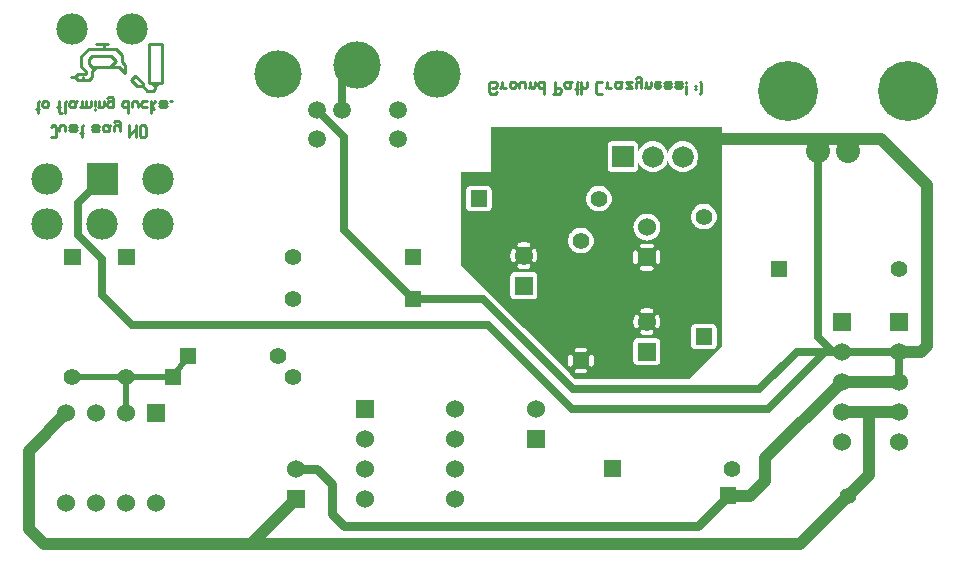
<source format=gbr>
G04 start of page 3 for group 1 idx 1 *
G04 Title: (unknown), solder *
G04 Creator: pcb 20110918 *
G04 CreationDate: Fri Dec 20 21:18:42 2013 UTC *
G04 For: fosse *
G04 Format: Gerber/RS-274X *
G04 PCB-Dimensions: 316500 193500 *
G04 PCB-Coordinate-Origin: lower left *
%MOIN*%
%FSLAX25Y25*%
%LNBOTTOM*%
%ADD139C,0.0358*%
%ADD138C,0.0925*%
%ADD137C,0.0650*%
%ADD136C,0.0710*%
%ADD135C,0.0280*%
%ADD134C,0.0380*%
%ADD133C,0.0420*%
%ADD132C,0.0320*%
%ADD131C,0.0790*%
%ADD130C,0.0591*%
%ADD129C,0.1575*%
%ADD128C,0.1050*%
%ADD127C,0.0550*%
%ADD126C,0.0600*%
%ADD125C,0.0720*%
%ADD124C,0.0800*%
%ADD123C,0.2000*%
%ADD122C,0.0300*%
%ADD121C,0.0090*%
%ADD120C,0.0100*%
%ADD119C,0.0250*%
%ADD118C,0.0200*%
%ADD117C,0.0400*%
%ADD116C,0.0001*%
G54D116*G36*
X232493Y144466D02*X232528Y144029D01*
X232638Y143570D01*
X232819Y143134D01*
X233065Y142731D01*
X233372Y142372D01*
X233731Y142065D01*
X234134Y141819D01*
X234570Y141638D01*
X235029Y141528D01*
X235500Y141500D01*
X238500D01*
Y75500D01*
X232493Y69493D01*
Y74257D01*
X235485Y74264D01*
X235715Y74319D01*
X235933Y74409D01*
X236134Y74533D01*
X236314Y74686D01*
X236467Y74866D01*
X236591Y75067D01*
X236681Y75285D01*
X236736Y75515D01*
X236750Y75750D01*
X236736Y81485D01*
X236681Y81715D01*
X236591Y81933D01*
X236467Y82134D01*
X236314Y82314D01*
X236134Y82467D01*
X235933Y82591D01*
X235715Y82681D01*
X235485Y82736D01*
X235250Y82750D01*
X232493Y82743D01*
Y114237D01*
X232500Y114237D01*
X233167Y114289D01*
X233817Y114446D01*
X234435Y114702D01*
X235006Y115051D01*
X235514Y115486D01*
X235949Y115994D01*
X236298Y116565D01*
X236554Y117183D01*
X236711Y117833D01*
X236750Y118500D01*
X236711Y119167D01*
X236554Y119817D01*
X236298Y120435D01*
X235949Y121006D01*
X235514Y121514D01*
X235006Y121949D01*
X234435Y122298D01*
X233817Y122554D01*
X233167Y122711D01*
X232500Y122763D01*
X232493Y122763D01*
Y144466D01*
G37*
G36*
Y148500D02*X238500D01*
Y147500D01*
X235500D01*
X235029Y147472D01*
X234570Y147362D01*
X234134Y147181D01*
X233731Y146935D01*
X233372Y146628D01*
X233065Y146269D01*
X232819Y145866D01*
X232638Y145430D01*
X232528Y144971D01*
X232493Y144534D01*
Y148500D01*
G37*
G36*
X217250D02*X232493D01*
Y144534D01*
X232491Y144500D01*
X232493Y144466D01*
Y122763D01*
X231833Y122711D01*
X231183Y122554D01*
X230565Y122298D01*
X229994Y121949D01*
X229486Y121514D01*
X229051Y121006D01*
X228702Y120435D01*
X228446Y119817D01*
X228289Y119167D01*
X228237Y118500D01*
X228289Y117833D01*
X228446Y117183D01*
X228702Y116565D01*
X229051Y115994D01*
X229486Y115486D01*
X229994Y115051D01*
X230565Y114702D01*
X231183Y114446D01*
X231833Y114289D01*
X232493Y114237D01*
Y82743D01*
X229515Y82736D01*
X229285Y82681D01*
X229067Y82591D01*
X228866Y82467D01*
X228686Y82314D01*
X228533Y82134D01*
X228409Y81933D01*
X228319Y81715D01*
X228264Y81485D01*
X228250Y81250D01*
X228264Y75515D01*
X228319Y75285D01*
X228409Y75067D01*
X228533Y74866D01*
X228686Y74686D01*
X228866Y74533D01*
X229067Y74409D01*
X229285Y74319D01*
X229515Y74264D01*
X229750Y74250D01*
X232493Y74257D01*
Y69493D01*
X227500Y64500D01*
X217250D01*
Y69200D01*
X217384Y69283D01*
X217564Y69436D01*
X217717Y69616D01*
X217841Y69817D01*
X217931Y70035D01*
X217986Y70265D01*
X218000Y70500D01*
X217986Y76735D01*
X217931Y76965D01*
X217841Y77183D01*
X217717Y77384D01*
X217564Y77564D01*
X217384Y77717D01*
X217250Y77800D01*
Y81391D01*
X217268Y81397D01*
X217373Y81452D01*
X217468Y81522D01*
X217551Y81606D01*
X217619Y81702D01*
X217670Y81808D01*
X217818Y82216D01*
X217922Y82637D01*
X217984Y83067D01*
X218005Y83500D01*
X217984Y83933D01*
X217922Y84363D01*
X217818Y84784D01*
X217675Y85194D01*
X217622Y85300D01*
X217553Y85396D01*
X217470Y85481D01*
X217375Y85551D01*
X217269Y85606D01*
X217250Y85612D01*
Y102748D01*
X217368Y102757D01*
X217482Y102785D01*
X217592Y102830D01*
X217692Y102891D01*
X217782Y102968D01*
X217859Y103058D01*
X217920Y103158D01*
X217965Y103268D01*
X217993Y103382D01*
X218000Y103500D01*
Y106500D01*
X217993Y106618D01*
X217965Y106732D01*
X217920Y106842D01*
X217859Y106942D01*
X217782Y107032D01*
X217692Y107109D01*
X217592Y107170D01*
X217482Y107215D01*
X217368Y107243D01*
X217250Y107252D01*
Y112507D01*
X217522Y112951D01*
X217793Y113605D01*
X217958Y114294D01*
X218000Y115000D01*
X217958Y115706D01*
X217793Y116395D01*
X217522Y117049D01*
X217250Y117493D01*
Y133705D01*
X217822Y133942D01*
X218507Y134361D01*
X219117Y134883D01*
X219639Y135493D01*
X220058Y136178D01*
X220365Y136919D01*
X220500Y137480D01*
X220635Y136919D01*
X220942Y136178D01*
X221361Y135493D01*
X221883Y134883D01*
X222493Y134361D01*
X223178Y133942D01*
X223919Y133635D01*
X224700Y133447D01*
X225500Y133384D01*
X226300Y133447D01*
X227081Y133635D01*
X227822Y133942D01*
X228507Y134361D01*
X229117Y134883D01*
X229639Y135493D01*
X230058Y136178D01*
X230365Y136919D01*
X230553Y137700D01*
X230600Y138500D01*
X230553Y139300D01*
X230365Y140081D01*
X230058Y140822D01*
X229639Y141507D01*
X229117Y142117D01*
X228507Y142639D01*
X227822Y143058D01*
X227081Y143365D01*
X226300Y143553D01*
X225500Y143616D01*
X224700Y143553D01*
X223919Y143365D01*
X223178Y143058D01*
X222493Y142639D01*
X221883Y142117D01*
X221361Y141507D01*
X220942Y140822D01*
X220635Y140081D01*
X220500Y139520D01*
X220365Y140081D01*
X220058Y140822D01*
X219639Y141507D01*
X219117Y142117D01*
X218507Y142639D01*
X217822Y143058D01*
X217250Y143295D01*
Y148500D01*
G37*
G36*
Y117493D02*X217152Y117653D01*
X216692Y118192D01*
X216153Y118652D01*
X215549Y119022D01*
X215500Y119042D01*
Y133384D01*
X216300Y133447D01*
X217081Y133635D01*
X217250Y133705D01*
Y117493D01*
G37*
G36*
Y77800D02*X217183Y77841D01*
X216965Y77931D01*
X216735Y77986D01*
X216500Y78000D01*
X215500Y77998D01*
Y79556D01*
X215551Y79625D01*
X215606Y79731D01*
X215643Y79843D01*
X215663Y79960D01*
X215664Y80079D01*
X215646Y80196D01*
X215610Y80309D01*
X215557Y80415D01*
X215500Y80495D01*
Y86511D01*
X215554Y86587D01*
X215607Y86692D01*
X215643Y86805D01*
X215660Y86921D01*
X215659Y87039D01*
X215640Y87156D01*
X215603Y87268D01*
X215548Y87373D01*
X215500Y87438D01*
Y100691D01*
X215532Y100718D01*
X215609Y100808D01*
X215670Y100908D01*
X215715Y101018D01*
X215743Y101132D01*
X215752Y101250D01*
X215743Y101368D01*
X215715Y101482D01*
X215670Y101592D01*
X215609Y101692D01*
X215532Y101782D01*
X215500Y101809D01*
Y108191D01*
X215532Y108218D01*
X215609Y108308D01*
X215670Y108408D01*
X215715Y108518D01*
X215743Y108632D01*
X215752Y108750D01*
X215743Y108868D01*
X215715Y108982D01*
X215670Y109092D01*
X215609Y109192D01*
X215532Y109282D01*
X215500Y109309D01*
Y110958D01*
X215549Y110978D01*
X216153Y111348D01*
X216692Y111808D01*
X217152Y112347D01*
X217250Y112507D01*
Y107252D01*
X217132Y107243D01*
X217018Y107215D01*
X216908Y107170D01*
X216808Y107109D01*
X216718Y107032D01*
X216641Y106942D01*
X216580Y106842D01*
X216535Y106732D01*
X216507Y106618D01*
X216500Y106500D01*
Y103500D01*
X216507Y103382D01*
X216535Y103268D01*
X216580Y103158D01*
X216641Y103058D01*
X216718Y102968D01*
X216808Y102891D01*
X216908Y102830D01*
X217018Y102785D01*
X217132Y102757D01*
X217250Y102748D01*
Y85612D01*
X217157Y85643D01*
X217040Y85663D01*
X216921Y85664D01*
X216804Y85646D01*
X216691Y85610D01*
X216585Y85557D01*
X216488Y85488D01*
X216404Y85405D01*
X216333Y85309D01*
X216279Y85204D01*
X216241Y85092D01*
X216222Y84975D01*
X216221Y84856D01*
X216239Y84739D01*
X216277Y84626D01*
X216376Y84355D01*
X216444Y84075D01*
X216486Y83789D01*
X216500Y83500D01*
X216486Y83211D01*
X216444Y82925D01*
X216376Y82645D01*
X216280Y82372D01*
X216242Y82261D01*
X216225Y82144D01*
X216225Y82026D01*
X216245Y81909D01*
X216282Y81797D01*
X216336Y81693D01*
X216406Y81598D01*
X216491Y81515D01*
X216587Y81446D01*
X216692Y81393D01*
X216805Y81357D01*
X216921Y81340D01*
X217039Y81341D01*
X217156Y81360D01*
X217250Y81391D01*
Y77800D01*
G37*
G36*
Y64500D02*X215500D01*
Y69011D01*
X216735Y69014D01*
X216965Y69069D01*
X217183Y69159D01*
X217250Y69200D01*
Y64500D01*
G37*
G36*
X215500Y148500D02*X217250D01*
Y143295D01*
X217081Y143365D01*
X216300Y143553D01*
X215500Y143616D01*
Y148500D01*
G37*
G36*
X209750Y69200D02*X209817Y69159D01*
X210035Y69069D01*
X210265Y69014D01*
X210500Y69000D01*
X215500Y69011D01*
Y64500D01*
X209750D01*
Y69200D01*
G37*
G36*
Y112507D02*X209848Y112347D01*
X210308Y111808D01*
X210847Y111348D01*
X211451Y110978D01*
X212105Y110707D01*
X212794Y110542D01*
X213500Y110486D01*
X214206Y110542D01*
X214895Y110707D01*
X215500Y110958D01*
Y109309D01*
X215442Y109359D01*
X215342Y109420D01*
X215232Y109465D01*
X215118Y109493D01*
X215000Y109500D01*
X212000D01*
X211882Y109493D01*
X211768Y109465D01*
X211658Y109420D01*
X211558Y109359D01*
X211468Y109282D01*
X211391Y109192D01*
X211330Y109092D01*
X211285Y108982D01*
X211257Y108868D01*
X211248Y108750D01*
X211257Y108632D01*
X211285Y108518D01*
X211330Y108408D01*
X211391Y108308D01*
X211468Y108218D01*
X211558Y108141D01*
X211658Y108080D01*
X211768Y108035D01*
X211882Y108007D01*
X212000Y108000D01*
X215000D01*
X215118Y108007D01*
X215232Y108035D01*
X215342Y108080D01*
X215442Y108141D01*
X215500Y108191D01*
Y101809D01*
X215442Y101859D01*
X215342Y101920D01*
X215232Y101965D01*
X215118Y101993D01*
X215000Y102000D01*
X212000D01*
X211882Y101993D01*
X211768Y101965D01*
X211658Y101920D01*
X211558Y101859D01*
X211468Y101782D01*
X211391Y101692D01*
X211330Y101592D01*
X211285Y101482D01*
X211257Y101368D01*
X211248Y101250D01*
X211257Y101132D01*
X211285Y101018D01*
X211330Y100908D01*
X211391Y100808D01*
X211468Y100718D01*
X211558Y100641D01*
X211658Y100580D01*
X211768Y100535D01*
X211882Y100507D01*
X212000Y100500D01*
X215000D01*
X215118Y100507D01*
X215232Y100535D01*
X215342Y100580D01*
X215442Y100641D01*
X215500Y100691D01*
Y87438D01*
X215478Y87468D01*
X215394Y87551D01*
X215298Y87619D01*
X215192Y87670D01*
X214784Y87818D01*
X214363Y87922D01*
X213933Y87984D01*
X213500Y88005D01*
X213067Y87984D01*
X212637Y87922D01*
X212216Y87818D01*
X211806Y87675D01*
X211700Y87622D01*
X211604Y87553D01*
X211519Y87470D01*
X211449Y87375D01*
X211394Y87269D01*
X211357Y87157D01*
X211337Y87040D01*
X211336Y86921D01*
X211354Y86804D01*
X211390Y86691D01*
X211443Y86585D01*
X211512Y86488D01*
X211595Y86404D01*
X211691Y86333D01*
X211796Y86279D01*
X211908Y86241D01*
X212025Y86222D01*
X212144Y86221D01*
X212261Y86239D01*
X212374Y86277D01*
X212645Y86376D01*
X212925Y86444D01*
X213211Y86486D01*
X213500Y86500D01*
X213789Y86486D01*
X214075Y86444D01*
X214355Y86376D01*
X214628Y86280D01*
X214739Y86242D01*
X214856Y86225D01*
X214974Y86225D01*
X215091Y86245D01*
X215203Y86282D01*
X215307Y86336D01*
X215402Y86406D01*
X215485Y86491D01*
X215500Y86511D01*
Y80495D01*
X215488Y80512D01*
X215405Y80596D01*
X215309Y80667D01*
X215204Y80721D01*
X215092Y80759D01*
X214975Y80778D01*
X214856Y80779D01*
X214739Y80761D01*
X214626Y80723D01*
X214355Y80624D01*
X214075Y80556D01*
X213789Y80514D01*
X213500Y80500D01*
X213211Y80514D01*
X212925Y80556D01*
X212645Y80624D01*
X212372Y80720D01*
X212261Y80758D01*
X212144Y80775D01*
X212026Y80775D01*
X211909Y80755D01*
X211797Y80718D01*
X211693Y80664D01*
X211598Y80594D01*
X211515Y80509D01*
X211446Y80413D01*
X211393Y80308D01*
X211357Y80195D01*
X211340Y80079D01*
X211341Y79961D01*
X211360Y79844D01*
X211397Y79732D01*
X211452Y79627D01*
X211522Y79532D01*
X211606Y79449D01*
X211702Y79381D01*
X211808Y79330D01*
X212216Y79182D01*
X212637Y79078D01*
X213067Y79016D01*
X213500Y78995D01*
X213933Y79016D01*
X214363Y79078D01*
X214784Y79182D01*
X215194Y79325D01*
X215300Y79378D01*
X215396Y79447D01*
X215481Y79530D01*
X215500Y79556D01*
Y77998D01*
X210265Y77986D01*
X210035Y77931D01*
X209817Y77841D01*
X209750Y77800D01*
Y81388D01*
X209843Y81357D01*
X209960Y81337D01*
X210079Y81336D01*
X210196Y81354D01*
X210309Y81390D01*
X210415Y81443D01*
X210512Y81512D01*
X210596Y81595D01*
X210667Y81691D01*
X210721Y81796D01*
X210759Y81908D01*
X210778Y82025D01*
X210779Y82144D01*
X210761Y82261D01*
X210723Y82374D01*
X210624Y82645D01*
X210556Y82925D01*
X210514Y83211D01*
X210500Y83500D01*
X210514Y83789D01*
X210556Y84075D01*
X210624Y84355D01*
X210720Y84628D01*
X210758Y84739D01*
X210775Y84856D01*
X210775Y84974D01*
X210755Y85091D01*
X210718Y85203D01*
X210664Y85307D01*
X210594Y85402D01*
X210509Y85485D01*
X210413Y85554D01*
X210308Y85607D01*
X210195Y85643D01*
X210079Y85660D01*
X209961Y85659D01*
X209844Y85640D01*
X209750Y85609D01*
Y102748D01*
X209868Y102757D01*
X209982Y102785D01*
X210092Y102830D01*
X210192Y102891D01*
X210282Y102968D01*
X210359Y103058D01*
X210420Y103158D01*
X210465Y103268D01*
X210493Y103382D01*
X210500Y103500D01*
Y106500D01*
X210493Y106618D01*
X210465Y106732D01*
X210420Y106842D01*
X210359Y106942D01*
X210282Y107032D01*
X210192Y107109D01*
X210092Y107170D01*
X209982Y107215D01*
X209868Y107243D01*
X209750Y107252D01*
Y112507D01*
G37*
G36*
Y133546D02*X209783Y133559D01*
X209984Y133683D01*
X210164Y133836D01*
X210317Y134016D01*
X210441Y134217D01*
X210531Y134435D01*
X210586Y134665D01*
X210600Y134900D01*
X210596Y137080D01*
X210635Y136919D01*
X210942Y136178D01*
X211361Y135493D01*
X211883Y134883D01*
X212493Y134361D01*
X213178Y133942D01*
X213919Y133635D01*
X214700Y133447D01*
X215500Y133384D01*
Y119042D01*
X214895Y119293D01*
X214206Y119458D01*
X213500Y119514D01*
X212794Y119458D01*
X212105Y119293D01*
X211451Y119022D01*
X210847Y118652D01*
X210308Y118192D01*
X209848Y117653D01*
X209750Y117493D01*
Y133546D01*
G37*
G36*
Y148500D02*X215500D01*
Y143616D01*
X214700Y143553D01*
X213919Y143365D01*
X213178Y143058D01*
X212493Y142639D01*
X211883Y142117D01*
X211361Y141507D01*
X210942Y140822D01*
X210635Y140081D01*
X210591Y139898D01*
X210586Y142335D01*
X210531Y142565D01*
X210441Y142783D01*
X210317Y142984D01*
X210164Y143164D01*
X209984Y143317D01*
X209783Y143441D01*
X209750Y143454D01*
Y148500D01*
G37*
G36*
X195000D02*X209750D01*
Y143454D01*
X209565Y143531D01*
X209335Y143586D01*
X209100Y143600D01*
X201665Y143586D01*
X201435Y143531D01*
X201217Y143441D01*
X201016Y143317D01*
X200836Y143164D01*
X200683Y142984D01*
X200559Y142783D01*
X200469Y142565D01*
X200414Y142335D01*
X200400Y142100D01*
X200414Y134665D01*
X200469Y134435D01*
X200559Y134217D01*
X200683Y134016D01*
X200836Y133836D01*
X201016Y133683D01*
X201217Y133559D01*
X201435Y133469D01*
X201665Y133414D01*
X201900Y133400D01*
X209335Y133414D01*
X209565Y133469D01*
X209750Y133546D01*
Y117493D01*
X209478Y117049D01*
X209207Y116395D01*
X209042Y115706D01*
X208986Y115000D01*
X209042Y114294D01*
X209207Y113605D01*
X209478Y112951D01*
X209750Y112507D01*
Y107252D01*
X209632Y107243D01*
X209518Y107215D01*
X209408Y107170D01*
X209308Y107109D01*
X209218Y107032D01*
X209141Y106942D01*
X209080Y106842D01*
X209035Y106732D01*
X209007Y106618D01*
X209000Y106500D01*
Y103500D01*
X209007Y103382D01*
X209035Y103268D01*
X209080Y103158D01*
X209141Y103058D01*
X209218Y102968D01*
X209308Y102891D01*
X209408Y102830D01*
X209518Y102785D01*
X209632Y102757D01*
X209750Y102748D01*
Y85609D01*
X209732Y85603D01*
X209627Y85548D01*
X209532Y85478D01*
X209449Y85394D01*
X209381Y85298D01*
X209330Y85192D01*
X209182Y84784D01*
X209078Y84363D01*
X209016Y83933D01*
X208995Y83500D01*
X209016Y83067D01*
X209078Y82637D01*
X209182Y82216D01*
X209325Y81806D01*
X209378Y81700D01*
X209447Y81604D01*
X209530Y81519D01*
X209625Y81449D01*
X209731Y81394D01*
X209750Y81388D01*
Y77800D01*
X209616Y77717D01*
X209436Y77564D01*
X209283Y77384D01*
X209159Y77183D01*
X209069Y76965D01*
X209014Y76735D01*
X209000Y76500D01*
X209014Y70265D01*
X209069Y70035D01*
X209159Y69817D01*
X209283Y69616D01*
X209436Y69436D01*
X209616Y69283D01*
X209750Y69200D01*
Y64500D01*
X195000D01*
Y68498D01*
X195118Y68507D01*
X195232Y68535D01*
X195342Y68580D01*
X195442Y68641D01*
X195532Y68718D01*
X195609Y68808D01*
X195670Y68908D01*
X195715Y69018D01*
X195743Y69132D01*
X195750Y69250D01*
Y71750D01*
X195743Y71868D01*
X195715Y71982D01*
X195670Y72092D01*
X195609Y72192D01*
X195532Y72282D01*
X195442Y72359D01*
X195342Y72420D01*
X195232Y72465D01*
X195118Y72493D01*
X195000Y72502D01*
Y108078D01*
X195298Y108565D01*
X195554Y109183D01*
X195711Y109833D01*
X195750Y110500D01*
X195711Y111167D01*
X195554Y111817D01*
X195298Y112435D01*
X195000Y112922D01*
Y121048D01*
X195565Y120702D01*
X196183Y120446D01*
X196833Y120289D01*
X197500Y120237D01*
X198167Y120289D01*
X198817Y120446D01*
X199435Y120702D01*
X200006Y121051D01*
X200514Y121486D01*
X200949Y121994D01*
X201298Y122565D01*
X201554Y123183D01*
X201711Y123833D01*
X201750Y124500D01*
X201711Y125167D01*
X201554Y125817D01*
X201298Y126435D01*
X200949Y127006D01*
X200514Y127514D01*
X200006Y127949D01*
X199435Y128298D01*
X198817Y128554D01*
X198167Y128711D01*
X197500Y128763D01*
X196833Y128711D01*
X196183Y128554D01*
X195565Y128298D01*
X195000Y127952D01*
Y148500D01*
G37*
G36*
Y64500D02*X191500D01*
Y66250D01*
X192750D01*
X192868Y66257D01*
X192982Y66285D01*
X193092Y66330D01*
X193192Y66391D01*
X193282Y66468D01*
X193359Y66558D01*
X193420Y66658D01*
X193465Y66768D01*
X193493Y66882D01*
X193502Y67000D01*
X193493Y67118D01*
X193465Y67232D01*
X193420Y67342D01*
X193359Y67442D01*
X193282Y67532D01*
X193192Y67609D01*
X193092Y67670D01*
X192982Y67715D01*
X192868Y67743D01*
X192750Y67750D01*
X191500D01*
Y73250D01*
X192750D01*
X192868Y73257D01*
X192982Y73285D01*
X193092Y73330D01*
X193192Y73391D01*
X193282Y73468D01*
X193359Y73558D01*
X193420Y73658D01*
X193465Y73768D01*
X193493Y73882D01*
X193502Y74000D01*
X193493Y74118D01*
X193465Y74232D01*
X193420Y74342D01*
X193359Y74442D01*
X193282Y74532D01*
X193192Y74609D01*
X193092Y74670D01*
X192982Y74715D01*
X192868Y74743D01*
X192750Y74750D01*
X191500D01*
Y106237D01*
X192167Y106289D01*
X192817Y106446D01*
X193435Y106702D01*
X194006Y107051D01*
X194514Y107486D01*
X194949Y107994D01*
X195000Y108078D01*
Y72502D01*
X194882Y72493D01*
X194768Y72465D01*
X194658Y72420D01*
X194558Y72359D01*
X194468Y72282D01*
X194391Y72192D01*
X194330Y72092D01*
X194285Y71982D01*
X194257Y71868D01*
X194250Y71750D01*
Y69250D01*
X194257Y69132D01*
X194285Y69018D01*
X194330Y68908D01*
X194391Y68808D01*
X194468Y68718D01*
X194558Y68641D01*
X194658Y68580D01*
X194768Y68535D01*
X194882Y68507D01*
X195000Y68498D01*
Y64500D01*
G37*
G36*
X191500Y148500D02*X195000D01*
Y127952D01*
X194994Y127949D01*
X194486Y127514D01*
X194051Y127006D01*
X193702Y126435D01*
X193446Y125817D01*
X193289Y125167D01*
X193237Y124500D01*
X193289Y123833D01*
X193446Y123183D01*
X193702Y122565D01*
X194051Y121994D01*
X194486Y121486D01*
X194994Y121051D01*
X195000Y121048D01*
Y112922D01*
X194949Y113006D01*
X194514Y113514D01*
X194006Y113949D01*
X193435Y114298D01*
X192817Y114554D01*
X192167Y114711D01*
X191500Y114763D01*
Y148500D01*
G37*
G36*
X188000Y108078D02*X188051Y107994D01*
X188486Y107486D01*
X188994Y107051D01*
X189565Y106702D01*
X190183Y106446D01*
X190833Y106289D01*
X191500Y106237D01*
X191500D01*
Y74750D01*
X190250D01*
X190132Y74743D01*
X190018Y74715D01*
X189908Y74670D01*
X189808Y74609D01*
X189718Y74532D01*
X189641Y74442D01*
X189580Y74342D01*
X189535Y74232D01*
X189507Y74118D01*
X189498Y74000D01*
X189507Y73882D01*
X189535Y73768D01*
X189580Y73658D01*
X189641Y73558D01*
X189718Y73468D01*
X189808Y73391D01*
X189908Y73330D01*
X190018Y73285D01*
X190132Y73257D01*
X190250Y73250D01*
X191500D01*
Y67750D01*
X190250D01*
X190132Y67743D01*
X190018Y67715D01*
X189908Y67670D01*
X189808Y67609D01*
X189718Y67532D01*
X189641Y67442D01*
X189580Y67342D01*
X189535Y67232D01*
X189507Y67118D01*
X189498Y67000D01*
X189507Y66882D01*
X189535Y66768D01*
X189580Y66658D01*
X189641Y66558D01*
X189718Y66468D01*
X189808Y66391D01*
X189908Y66330D01*
X190018Y66285D01*
X190132Y66257D01*
X190250Y66250D01*
X191500D01*
Y64500D01*
X189500D01*
X188000Y66000D01*
Y68498D01*
X188118Y68507D01*
X188232Y68535D01*
X188342Y68580D01*
X188442Y68641D01*
X188532Y68718D01*
X188609Y68808D01*
X188670Y68908D01*
X188715Y69018D01*
X188743Y69132D01*
X188750Y69250D01*
Y71750D01*
X188743Y71868D01*
X188715Y71982D01*
X188670Y72092D01*
X188609Y72192D01*
X188532Y72282D01*
X188442Y72359D01*
X188342Y72420D01*
X188232Y72465D01*
X188118Y72493D01*
X188000Y72502D01*
Y108078D01*
G37*
G36*
Y148500D02*X191500D01*
Y114763D01*
X191500D01*
X190833Y114711D01*
X190183Y114554D01*
X189565Y114298D01*
X188994Y113949D01*
X188486Y113514D01*
X188051Y113006D01*
X188000Y112922D01*
Y148500D01*
G37*
G36*
X176113D02*X188000D01*
Y112922D01*
X187702Y112435D01*
X187446Y111817D01*
X187289Y111167D01*
X187237Y110500D01*
X187289Y109833D01*
X187446Y109183D01*
X187702Y108565D01*
X188000Y108078D01*
Y72502D01*
X187882Y72493D01*
X187768Y72465D01*
X187658Y72420D01*
X187558Y72359D01*
X187468Y72282D01*
X187391Y72192D01*
X187330Y72092D01*
X187285Y71982D01*
X187257Y71868D01*
X187250Y71750D01*
Y69250D01*
X187257Y69132D01*
X187285Y69018D01*
X187330Y68908D01*
X187391Y68808D01*
X187468Y68718D01*
X187558Y68641D01*
X187658Y68580D01*
X187768Y68535D01*
X187882Y68507D01*
X188000Y68498D01*
Y66000D01*
X176113Y77887D01*
Y91130D01*
X176183Y91159D01*
X176384Y91283D01*
X176564Y91436D01*
X176717Y91616D01*
X176841Y91817D01*
X176931Y92035D01*
X176986Y92265D01*
X177000Y92500D01*
X176986Y98735D01*
X176931Y98965D01*
X176841Y99183D01*
X176717Y99384D01*
X176564Y99564D01*
X176384Y99717D01*
X176183Y99841D01*
X176113Y99870D01*
Y103353D01*
X176156Y103360D01*
X176268Y103397D01*
X176373Y103452D01*
X176468Y103522D01*
X176551Y103606D01*
X176619Y103702D01*
X176670Y103808D01*
X176818Y104216D01*
X176922Y104637D01*
X176984Y105067D01*
X177005Y105500D01*
X176984Y105933D01*
X176922Y106363D01*
X176818Y106784D01*
X176675Y107194D01*
X176622Y107300D01*
X176553Y107396D01*
X176470Y107481D01*
X176375Y107551D01*
X176269Y107606D01*
X176157Y107643D01*
X176113Y107651D01*
Y148500D01*
G37*
G36*
Y77887D02*X172500Y81500D01*
Y91007D01*
X175735Y91014D01*
X175965Y91069D01*
X176113Y91130D01*
Y77887D01*
G37*
G36*
X172500Y148500D02*X176113D01*
Y107651D01*
X176040Y107663D01*
X175921Y107664D01*
X175804Y107646D01*
X175691Y107610D01*
X175585Y107557D01*
X175488Y107488D01*
X175404Y107405D01*
X175333Y107309D01*
X175279Y107204D01*
X175241Y107092D01*
X175222Y106975D01*
X175221Y106856D01*
X175239Y106739D01*
X175277Y106626D01*
X175376Y106355D01*
X175444Y106075D01*
X175486Y105789D01*
X175500Y105500D01*
X175486Y105211D01*
X175444Y104925D01*
X175376Y104645D01*
X175280Y104372D01*
X175242Y104261D01*
X175225Y104144D01*
X175225Y104026D01*
X175245Y103909D01*
X175282Y103797D01*
X175336Y103693D01*
X175406Y103598D01*
X175491Y103515D01*
X175587Y103446D01*
X175692Y103393D01*
X175805Y103357D01*
X175921Y103340D01*
X176039Y103341D01*
X176113Y103353D01*
Y99870D01*
X175965Y99931D01*
X175735Y99986D01*
X175500Y100000D01*
X172500Y99993D01*
Y100995D01*
X172933Y101016D01*
X173363Y101078D01*
X173784Y101182D01*
X174194Y101325D01*
X174300Y101378D01*
X174396Y101447D01*
X174481Y101530D01*
X174551Y101625D01*
X174606Y101731D01*
X174643Y101843D01*
X174663Y101960D01*
X174664Y102079D01*
X174646Y102196D01*
X174610Y102309D01*
X174557Y102415D01*
X174488Y102512D01*
X174405Y102596D01*
X174309Y102667D01*
X174204Y102721D01*
X174092Y102759D01*
X173975Y102778D01*
X173856Y102779D01*
X173739Y102761D01*
X173626Y102723D01*
X173355Y102624D01*
X173075Y102556D01*
X172789Y102514D01*
X172500Y102500D01*
Y108500D01*
X172789Y108486D01*
X173075Y108444D01*
X173355Y108376D01*
X173628Y108280D01*
X173739Y108242D01*
X173856Y108225D01*
X173974Y108225D01*
X174091Y108245D01*
X174203Y108282D01*
X174307Y108336D01*
X174402Y108406D01*
X174485Y108491D01*
X174554Y108587D01*
X174607Y108692D01*
X174643Y108805D01*
X174660Y108921D01*
X174659Y109039D01*
X174640Y109156D01*
X174603Y109268D01*
X174548Y109373D01*
X174478Y109468D01*
X174394Y109551D01*
X174298Y109619D01*
X174192Y109670D01*
X173784Y109818D01*
X173363Y109922D01*
X172933Y109984D01*
X172500Y110005D01*
Y148500D01*
G37*
G36*
X168887Y91130D02*X169035Y91069D01*
X169265Y91014D01*
X169500Y91000D01*
X172500Y91007D01*
Y81500D01*
X168887Y85113D01*
Y91130D01*
G37*
G36*
Y148500D02*X172500D01*
Y110005D01*
X172067Y109984D01*
X171637Y109922D01*
X171216Y109818D01*
X170806Y109675D01*
X170700Y109622D01*
X170604Y109553D01*
X170519Y109470D01*
X170449Y109375D01*
X170394Y109269D01*
X170357Y109157D01*
X170337Y109040D01*
X170336Y108921D01*
X170354Y108804D01*
X170390Y108691D01*
X170443Y108585D01*
X170512Y108488D01*
X170595Y108404D01*
X170691Y108333D01*
X170796Y108279D01*
X170908Y108241D01*
X171025Y108222D01*
X171144Y108221D01*
X171261Y108239D01*
X171374Y108277D01*
X171645Y108376D01*
X171925Y108444D01*
X172211Y108486D01*
X172500Y108500D01*
Y102500D01*
X172211Y102514D01*
X171925Y102556D01*
X171645Y102624D01*
X171372Y102720D01*
X171261Y102758D01*
X171144Y102775D01*
X171026Y102775D01*
X170909Y102755D01*
X170797Y102718D01*
X170693Y102664D01*
X170598Y102594D01*
X170515Y102509D01*
X170446Y102413D01*
X170393Y102308D01*
X170357Y102195D01*
X170340Y102079D01*
X170341Y101961D01*
X170360Y101844D01*
X170397Y101732D01*
X170452Y101627D01*
X170522Y101532D01*
X170606Y101449D01*
X170702Y101381D01*
X170808Y101330D01*
X171216Y101182D01*
X171637Y101078D01*
X172067Y101016D01*
X172500Y100995D01*
Y99993D01*
X169265Y99986D01*
X169035Y99931D01*
X168887Y99870D01*
Y103349D01*
X168960Y103337D01*
X169079Y103336D01*
X169196Y103354D01*
X169309Y103390D01*
X169415Y103443D01*
X169512Y103512D01*
X169596Y103595D01*
X169667Y103691D01*
X169721Y103796D01*
X169759Y103908D01*
X169778Y104025D01*
X169779Y104144D01*
X169761Y104261D01*
X169723Y104374D01*
X169624Y104645D01*
X169556Y104925D01*
X169514Y105211D01*
X169500Y105500D01*
X169514Y105789D01*
X169556Y106075D01*
X169624Y106355D01*
X169720Y106628D01*
X169758Y106739D01*
X169775Y106856D01*
X169775Y106974D01*
X169755Y107091D01*
X169718Y107203D01*
X169664Y107307D01*
X169594Y107402D01*
X169509Y107485D01*
X169413Y107554D01*
X169308Y107607D01*
X169195Y107643D01*
X169079Y107660D01*
X168961Y107659D01*
X168887Y107647D01*
Y148500D01*
G37*
G36*
X161500D02*X168887D01*
Y107647D01*
X168844Y107640D01*
X168732Y107603D01*
X168627Y107548D01*
X168532Y107478D01*
X168449Y107394D01*
X168381Y107298D01*
X168330Y107192D01*
X168182Y106784D01*
X168078Y106363D01*
X168016Y105933D01*
X167995Y105500D01*
X168016Y105067D01*
X168078Y104637D01*
X168182Y104216D01*
X168325Y103806D01*
X168378Y103700D01*
X168447Y103604D01*
X168530Y103519D01*
X168625Y103449D01*
X168731Y103394D01*
X168843Y103357D01*
X168887Y103349D01*
Y99870D01*
X168817Y99841D01*
X168616Y99717D01*
X168436Y99564D01*
X168283Y99384D01*
X168159Y99183D01*
X168069Y98965D01*
X168014Y98735D01*
X168000Y98500D01*
X168014Y92265D01*
X168069Y92035D01*
X168159Y91817D01*
X168283Y91616D01*
X168436Y91436D01*
X168616Y91283D01*
X168817Y91159D01*
X168887Y91130D01*
Y85113D01*
X157500Y96500D01*
Y120257D01*
X160485Y120264D01*
X160715Y120319D01*
X160933Y120409D01*
X161134Y120533D01*
X161314Y120686D01*
X161467Y120866D01*
X161591Y121067D01*
X161681Y121285D01*
X161736Y121515D01*
X161750Y121750D01*
X161736Y127485D01*
X161681Y127715D01*
X161591Y127933D01*
X161467Y128134D01*
X161314Y128314D01*
X161134Y128467D01*
X160933Y128591D01*
X160715Y128681D01*
X160485Y128736D01*
X160250Y128750D01*
X157500Y128743D01*
Y133500D01*
X161500D01*
Y148500D01*
G37*
G36*
X157500Y96500D02*X151500Y102500D01*
Y133500D01*
X157500D01*
Y128743D01*
X154515Y128736D01*
X154285Y128681D01*
X154067Y128591D01*
X153866Y128467D01*
X153686Y128314D01*
X153533Y128134D01*
X153409Y127933D01*
X153319Y127715D01*
X153264Y127485D01*
X153250Y127250D01*
X153264Y121515D01*
X153319Y121285D01*
X153409Y121067D01*
X153533Y120866D01*
X153686Y120686D01*
X153866Y120533D01*
X154067Y120409D01*
X154285Y120319D01*
X154515Y120264D01*
X154750Y120250D01*
X157500Y120257D01*
Y96500D01*
G37*
G36*
X231500Y148500D02*X238500D01*
Y140500D01*
X231500D01*
Y148500D01*
G37*
G54D117*X20000Y53000D02*X7500Y40500D01*
G54D118*X55500Y65000D02*X22000D01*
G54D117*X7500Y40500D02*Y14500D01*
X12500Y9500D01*
X81500D01*
G54D118*X40000Y53000D02*Y65000D01*
X60500Y72000D02*X55500Y65000D01*
G54D119*X42000Y82500D02*X160500D01*
X135500Y91000D02*X159000D01*
X103614Y153886D02*X112500Y145000D01*
Y114000D02*X135500Y91000D01*
X103614Y154122D02*Y153886D01*
X112500Y114000D02*Y145000D01*
X111882Y154122D02*Y163965D01*
X117000Y169083D01*
X32000Y92500D02*X42000Y82500D01*
X32000Y92500D02*Y104500D01*
X24000Y123000D02*X32000Y131000D01*
Y104500D02*X24000Y112500D01*
Y123000D01*
G54D120*X39500Y166500D02*X37500Y168500D01*
G54D121*X36500Y170500D02*X34500Y168500D01*
G54D120*X38500Y170000D02*X39500Y169000D01*
Y166500D01*
G54D121*X35000Y172000D02*X36500Y170500D01*
X28500Y172000D02*X35000D01*
G54D120*X27500Y174500D02*X36500D01*
X30000Y168500D02*X31000D01*
X38500Y172500D02*Y170000D01*
X30500Y168500D02*X37500D01*
X36500Y174500D02*X38500Y172500D01*
X43000Y165500D02*X41500Y164000D01*
X45500Y163000D02*X43000Y165500D01*
X43500Y162000D02*X45500D01*
X43500D02*X41500Y164000D01*
X45500Y163000D02*Y162000D01*
X47000Y160500D02*X45500Y162000D01*
X47500Y176000D02*Y163000D01*
Y176000D02*X52000D01*
Y163000D01*
X47000Y160500D02*X49000D01*
X49500Y161000D02*X49000Y160500D01*
X49500Y162000D02*Y161000D01*
Y162000D02*X48500Y163000D01*
X50500D02*X49500Y162000D01*
X50500Y163000D02*X52000D01*
X47500D02*X52000D01*
X26500Y167000D02*Y166000D01*
X28500Y165000D02*X27500Y164000D01*
X28500Y167000D02*Y165000D01*
X24000Y166000D02*X26500D01*
X23000Y165000D02*X24000Y166000D01*
X21500Y165000D02*X23000D01*
X25000Y172000D02*X27500Y174500D01*
X32500Y175500D02*Y175000D01*
G54D121*X27500Y171000D02*X28500Y172000D01*
G54D120*X30000Y176000D02*X34000D01*
X26500Y167000D02*X25000Y168500D01*
G54D121*X27500Y171000D02*Y169500D01*
X28500Y168500D02*X27500Y169500D01*
X28500Y168500D02*X30000D01*
G54D120*X25000Y172000D02*Y168500D01*
X30000D02*X28500Y167000D01*
X24000Y164000D02*X23000Y165000D01*
X24000Y164000D02*X27500D01*
X25500Y165000D02*Y164500D01*
G54D117*X77500Y9500D02*X264500D01*
X81500D02*X96500Y24500D01*
G54D122*X108500Y19500D02*X112500Y15500D01*
X178500D02*X230500D01*
X112500D02*X179500D01*
X96500Y34500D02*X103500D01*
X108500Y29500D01*
Y19500D01*
G54D117*X253000Y30500D02*X248000Y25500D01*
X240500D01*
X264500Y9500D02*X287500Y32500D01*
G54D122*X230500Y15500D02*X240500Y25500D01*
G54D119*X160500Y82500D02*X188500Y54500D01*
X254000D01*
X189000Y61000D02*X251000D01*
X159000Y91000D02*X189000Y61000D01*
G54D117*X253000Y38000D02*Y30500D01*
G54D119*X263500Y73500D02*X283500D01*
X270500Y78500D02*X275500Y73500D01*
X254000Y54500D02*X273000Y73500D01*
X251000Y61000D02*X263500Y73500D01*
G54D117*X278500Y63500D02*X253000Y38000D01*
X287500Y32500D02*Y53500D01*
G54D119*X297479Y73479D02*X297500Y73500D01*
X279500Y63500D02*X297500D01*
G54D117*Y53500D02*X278500D01*
X297500Y63500D02*X280500D01*
G54D119*X297500D02*Y73500D01*
X270500Y78500D02*Y140500D01*
G54D117*X291500Y144500D02*X235500D01*
G54D119*X297500Y73500D02*X280000D01*
G54D117*X297500D02*X305000D01*
X307000Y75500D01*
Y129000D01*
X291500Y144500D01*
G54D120*X162980Y159490D02*X163475Y159985D01*
X161495Y159490D02*X162980D01*
X161000Y159985D02*X161495Y159490D01*
X161000Y159985D02*Y162955D01*
X161495Y163450D01*
X162980D01*
X163475Y162955D01*
Y161965D02*Y162955D01*
X162980Y161470D02*X163475Y161965D01*
X161990Y161470D02*X162980D01*
X165158Y161965D02*Y163450D01*
Y161965D02*X165653Y161470D01*
X166643D01*
X164663D02*X165158Y161965D01*
X167831D02*Y162955D01*
Y161965D02*X168326Y161470D01*
X169316D01*
X169811Y161965D01*
Y162955D01*
X169316Y163450D02*X169811Y162955D01*
X168326Y163450D02*X169316D01*
X167831Y162955D02*X168326Y163450D01*
X170999Y161470D02*Y162955D01*
X171494Y163450D01*
X172484D01*
X172979Y162955D01*
Y161470D02*Y162955D01*
X174662Y161965D02*Y163450D01*
Y161965D02*X175157Y161470D01*
X175652D01*
X176147Y161965D01*
Y163450D01*
X174167Y161470D02*X174662Y161965D01*
X179315Y159490D02*Y163450D01*
X178820D02*X179315Y162955D01*
X177830Y163450D02*X178820D01*
X177335Y162955D02*X177830Y163450D01*
X177335Y161965D02*Y162955D01*
Y161965D02*X177830Y161470D01*
X178820D01*
X179315Y161965D01*
X182780Y159490D02*Y163450D01*
X182285Y159490D02*X184265D01*
X184760Y159985D01*
Y160975D01*
X184265Y161470D02*X184760Y160975D01*
X182780Y161470D02*X184265D01*
X187433D02*X187928Y161965D01*
X186443Y161470D02*X187433D01*
X185948Y161965D02*X186443Y161470D01*
X185948Y161965D02*Y162955D01*
X186443Y163450D01*
X187928Y161470D02*Y162955D01*
X188423Y163450D01*
X186443D02*X187433D01*
X187928Y162955D01*
X190106Y159490D02*Y162955D01*
X190601Y163450D01*
X189611Y160975D02*X190601D01*
X191591Y159490D02*Y163450D01*
Y161965D02*X192086Y161470D01*
X193076D01*
X193571Y161965D01*
Y163450D01*
X197036D02*X198521D01*
X196541Y162955D02*X197036Y163450D01*
X196541Y159985D02*Y162955D01*
Y159985D02*X197036Y159490D01*
X198521D01*
X200204Y161965D02*Y163450D01*
Y161965D02*X200699Y161470D01*
X201689D01*
X199709D02*X200204Y161965D01*
X204362Y161470D02*X204857Y161965D01*
X203372Y161470D02*X204362D01*
X202877Y161965D02*X203372Y161470D01*
X202877Y161965D02*Y162955D01*
X203372Y163450D01*
X204857Y161470D02*Y162955D01*
X205352Y163450D01*
X203372D02*X204362D01*
X204857Y162955D01*
X206540Y161470D02*X208520D01*
X206540Y163450D02*X208520Y161470D01*
X206540Y163450D02*X208520D01*
X209708Y161470D02*Y162955D01*
X210203Y163450D01*
X211688Y161470D02*Y164440D01*
X211193Y164935D02*X211688Y164440D01*
X210203Y164935D02*X211193D01*
X209708Y164440D02*X210203Y164935D01*
Y163450D02*X211193D01*
X211688Y162955D01*
X213371Y161965D02*Y163450D01*
Y161965D02*X213866Y161470D01*
X214361D01*
X214856Y161965D01*
Y163450D01*
X212876Y161470D02*X213371Y161965D01*
X216539Y163450D02*X218024D01*
X216044Y162955D02*X216539Y163450D01*
X216044Y161965D02*Y162955D01*
Y161965D02*X216539Y161470D01*
X217529D01*
X218024Y161965D01*
X216044Y162460D02*X218024D01*
Y161965D02*Y162460D01*
X219707Y163450D02*X221192D01*
X221687Y162955D01*
X221192Y162460D02*X221687Y162955D01*
X219707Y162460D02*X221192D01*
X219212Y161965D02*X219707Y162460D01*
X219212Y161965D02*X219707Y161470D01*
X221192D01*
X221687Y161965D01*
X219212Y162955D02*X219707Y163450D01*
X223370D02*X224855D01*
X225350Y162955D01*
X224855Y162460D02*X225350Y162955D01*
X223370Y162460D02*X224855D01*
X222875Y161965D02*X223370Y162460D01*
X222875Y161965D02*X223370Y161470D01*
X224855D01*
X225350Y161965D01*
X222875Y162955D02*X223370Y163450D01*
X226538Y162955D02*Y163450D01*
Y159490D02*Y161965D01*
X229508Y160975D02*X230003D01*
X229508Y161965D02*X230003D01*
X231191Y159490D02*X231686Y159985D01*
Y162955D01*
X231191Y163450D02*X231686Y162955D01*
X10500Y153000D02*Y156500D01*
X11000Y157000D01*
X10000Y154500D02*X11000D01*
X12000Y155500D02*Y156500D01*
Y155500D02*X12500Y155000D01*
X13500D01*
X14000Y155500D01*
Y156500D01*
X13500Y157000D02*X14000Y156500D01*
X12500Y157000D02*X13500D01*
X12000Y156500D02*X12500Y157000D01*
X17500Y153500D02*Y157000D01*
Y153500D02*X18000Y153000D01*
X18500D01*
X17000Y155000D02*X18000D01*
X19500Y153000D02*Y156500D01*
X20000Y157000D01*
X22500Y155000D02*X23000Y155500D01*
X21500Y155000D02*X22500D01*
X21000Y155500D02*X21500Y155000D01*
X21000Y155500D02*Y156500D01*
X21500Y157000D01*
X23000Y155000D02*Y156500D01*
X23500Y157000D01*
X21500D02*X22500D01*
X23000Y156500D01*
X25200Y155500D02*Y157000D01*
Y155500D02*X25700Y155000D01*
X26200D01*
X26700Y155500D01*
Y157000D01*
Y155500D02*X27200Y155000D01*
X27700D01*
X28200Y155500D01*
Y157000D01*
X24700Y155000D02*X25200Y155500D01*
X29400Y154000D02*Y154500D01*
Y155500D02*Y157000D01*
X30900Y155500D02*Y157000D01*
Y155500D02*X31400Y155000D01*
X31900D01*
X32400Y155500D01*
Y157000D01*
X30400Y155000D02*X30900Y155500D01*
X35100Y155000D02*X35600Y155500D01*
X34100Y155000D02*X35100D01*
X33600Y155500D02*X34100Y155000D01*
X33600Y155500D02*Y156500D01*
X34100Y157000D01*
X35100D01*
X35600Y156500D01*
X33600Y158000D02*X34100Y158500D01*
X35100D01*
X35600Y158000D01*
Y155000D02*Y158000D01*
X40600Y153000D02*Y157000D01*
X40100D02*X40600Y156500D01*
X39100Y157000D02*X40100D01*
X38600Y156500D02*X39100Y157000D01*
X38600Y155500D02*Y156500D01*
Y155500D02*X39100Y155000D01*
X40100D01*
X40600Y155500D01*
X41800Y155000D02*Y156500D01*
X42300Y157000D01*
X43300D01*
X43800Y156500D01*
Y155000D02*Y156500D01*
X45500Y155000D02*X47000D01*
X45000Y155500D02*X45500Y155000D01*
X45000Y155500D02*Y156500D01*
X45500Y157000D01*
X47000D01*
X48200Y153000D02*Y157000D01*
Y155500D02*X49700Y157000D01*
X48200Y155500D02*X49200Y154500D01*
X51400Y157000D02*X52900D01*
X53400Y156500D01*
X52900Y156000D02*X53400Y156500D01*
X51400Y156000D02*X52900D01*
X50900Y155500D02*X51400Y156000D01*
X50900Y155500D02*X51400Y155000D01*
X52900D01*
X53400Y155500D01*
X50900Y156500D02*X51400Y157000D01*
X54600D02*X55100D01*
X15000Y145000D02*X16500D01*
Y148500D01*
X16000Y149000D02*X16500Y148500D01*
X15500Y149000D02*X16000D01*
X15000Y148500D02*X15500Y149000D01*
X17700Y147000D02*Y148500D01*
X18200Y149000D01*
X19200D01*
X19700Y148500D01*
Y147000D02*Y148500D01*
X21400Y149000D02*X22900D01*
X23400Y148500D01*
X22900Y148000D02*X23400Y148500D01*
X21400Y148000D02*X22900D01*
X20900Y147500D02*X21400Y148000D01*
X20900Y147500D02*X21400Y147000D01*
X22900D01*
X23400Y147500D01*
X20900Y148500D02*X21400Y149000D01*
X25100Y145000D02*Y148500D01*
X25600Y149000D01*
X24600Y146500D02*X25600D01*
X28900Y149000D02*X30400D01*
X30900Y148500D01*
X30400Y148000D02*X30900Y148500D01*
X28900Y148000D02*X30400D01*
X28400Y147500D02*X28900Y148000D01*
X28400Y147500D02*X28900Y147000D01*
X30400D01*
X30900Y147500D01*
X28400Y148500D02*X28900Y149000D01*
X33600Y147000D02*X34100Y147500D01*
X32600Y147000D02*X33600D01*
X32100Y147500D02*X32600Y147000D01*
X32100Y147500D02*Y148500D01*
X32600Y149000D01*
X34100Y147000D02*Y148500D01*
X34600Y149000D01*
X32600D02*X33600D01*
X34100Y148500D01*
X35800Y147000D02*Y148500D01*
X36300Y149000D01*
X37800Y147000D02*Y150000D01*
X37300Y150500D02*X37800Y150000D01*
X36300Y150500D02*X37300D01*
X35800Y150000D02*X36300Y150500D01*
Y149000D02*X37300D01*
X37800Y148500D01*
X40800Y145000D02*Y149000D01*
Y145000D02*Y145500D01*
X43300Y148000D01*
Y145000D02*Y149000D01*
X44500Y145500D02*Y148500D01*
Y145500D02*X45000Y145000D01*
X46000D01*
X46500Y145500D01*
Y148500D01*
X46000Y149000D02*X46500Y148500D01*
X45000Y149000D02*X46000D01*
X44500Y148500D02*X45000Y149000D01*
G54D123*X260500Y160500D03*
X300500D03*
G54D124*X270500Y140500D03*
X280500D03*
G54D116*G36*
X201900Y142100D02*Y134900D01*
X209100D01*
Y142100D01*
X201900D01*
G37*
G54D125*X215500Y138500D03*
X225500D03*
G54D116*G36*
X188750Y73250D02*Y67750D01*
X194250D01*
Y73250D01*
X188750D01*
G37*
G54D126*X176500Y54500D03*
G54D116*G36*
X199250Y37250D02*Y31750D01*
X204750D01*
Y37250D01*
X199250D01*
G37*
G54D127*X242000Y34500D03*
G54D116*G36*
X237750Y28250D02*Y22750D01*
X243250D01*
Y28250D01*
X237750D01*
G37*
G54D127*X197500Y124500D03*
G54D116*G36*
X210500Y108000D02*Y102000D01*
X216500D01*
Y108000D01*
X210500D01*
G37*
G54D126*X213500Y115000D03*
G54D127*X232500Y118500D03*
G54D116*G36*
X254750Y103750D02*Y98250D01*
X260250D01*
Y103750D01*
X254750D01*
G37*
G36*
X294500Y86500D02*Y80500D01*
X300500D01*
Y86500D01*
X294500D01*
G37*
G36*
X229750Y81250D02*Y75750D01*
X235250D01*
Y81250D01*
X229750D01*
G37*
G36*
X210500Y76500D02*Y70500D01*
X216500D01*
Y76500D01*
X210500D01*
G37*
G54D126*X213500Y83500D03*
G54D116*G36*
X275500Y86500D02*Y80500D01*
X281500D01*
Y86500D01*
X275500D01*
G37*
G54D126*X278500Y73500D03*
X297500D03*
G54D127*Y101000D03*
G54D126*Y63500D03*
Y53500D03*
Y43500D03*
X278500Y63500D03*
Y53500D03*
Y43500D03*
G54D127*X280500Y25500D03*
G54D116*G36*
X93500Y27500D02*Y21500D01*
X99500D01*
Y27500D01*
X93500D01*
G37*
G54D126*X20000Y23000D03*
X30000D03*
X40000D03*
X50000D03*
X119500Y24500D03*
X96500Y34500D03*
X119500Y44500D03*
Y34500D03*
G54D116*G36*
X37250Y107750D02*Y102250D01*
X42750D01*
Y107750D01*
X37250D01*
G37*
G36*
X19250D02*Y102250D01*
X24750D01*
Y107750D01*
X19250D01*
G37*
G54D127*X95500Y105000D03*
Y91000D03*
X40000Y65000D03*
G54D116*G36*
X57750Y74750D02*Y69250D01*
X63250D01*
Y74750D01*
X57750D01*
G37*
G54D127*X90500Y72000D03*
X22000Y65000D03*
G54D116*G36*
X52750Y67750D02*Y62250D01*
X58250D01*
Y67750D01*
X52750D01*
G37*
G54D127*X95500Y65000D03*
G54D128*X13500Y116000D03*
X32000D03*
X50500D03*
G54D116*G36*
X47000Y56000D02*Y50000D01*
X53000D01*
Y56000D01*
X47000D01*
G37*
G54D126*X40000Y53000D03*
X30000D03*
X20000D03*
G54D116*G36*
X116500Y57500D02*Y51500D01*
X122500D01*
Y57500D01*
X116500D01*
G37*
G54D128*X22000Y181000D03*
X42000D03*
G54D116*G36*
X26750Y136250D02*Y125750D01*
X37250D01*
Y136250D01*
X26750D01*
G37*
G54D128*X50500Y131000D03*
X13500D03*
G54D129*X117000Y169083D03*
X90425Y165933D03*
G54D130*X103614Y144280D03*
X111882Y154122D03*
X103614D03*
G54D129*X143575Y165933D03*
G54D130*X130386Y154122D03*
Y144280D03*
G54D127*X191500Y110500D03*
G54D116*G36*
X169500Y98500D02*Y92500D01*
X175500D01*
Y98500D01*
X169500D01*
G37*
G54D126*X172500Y105500D03*
G54D116*G36*
X154750Y127250D02*Y121750D01*
X160250D01*
Y127250D01*
X154750D01*
G37*
G36*
X173500Y47500D02*Y41500D01*
X179500D01*
Y47500D01*
X173500D01*
G37*
G54D126*X149500Y24500D03*
Y34500D03*
Y44500D03*
Y54500D03*
G54D116*G36*
X132750Y107750D02*Y102250D01*
X138250D01*
Y107750D01*
X132750D01*
G37*
G36*
Y93750D02*Y88250D01*
X138250D01*
Y93750D01*
X132750D01*
G37*
G54D131*G54D132*G54D133*G54D122*G54D134*G54D122*G54D134*G54D122*G54D134*G54D122*G54D135*G54D122*G54D135*G54D122*G54D136*G54D135*G54D137*G54D136*G54D138*G54D139*G54D138*G54D139*G54D122*G54D135*G54D122*M02*

</source>
